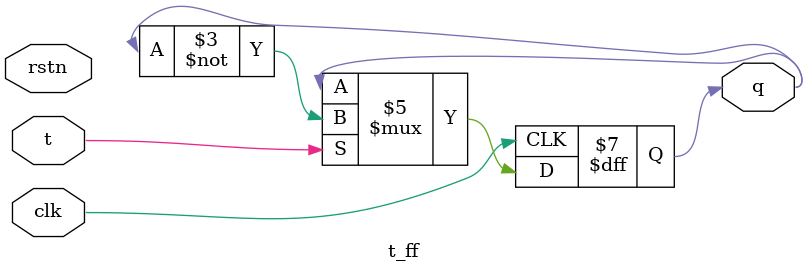
<source format=v>
`timescale 1ns / 1ps


module t_ff(input clk,input rstn,input t,output reg q);  
//  always @ (negedge clk) begin  
//    if(!rstn)  
//      q<=0;  
//    else  
//        if(t)  
//            q<=~q;  
//        else  
//            q<=q;  
//  end  
//endmodule  
always @ (negedge clk) begin  
    if(!rstn)  
      q<= #5 0;  
    else 
    #5 ; 
        if(t)  
            q<=~q;  
        else  
            q<=q;  
  end  
endmodule  
  


</source>
